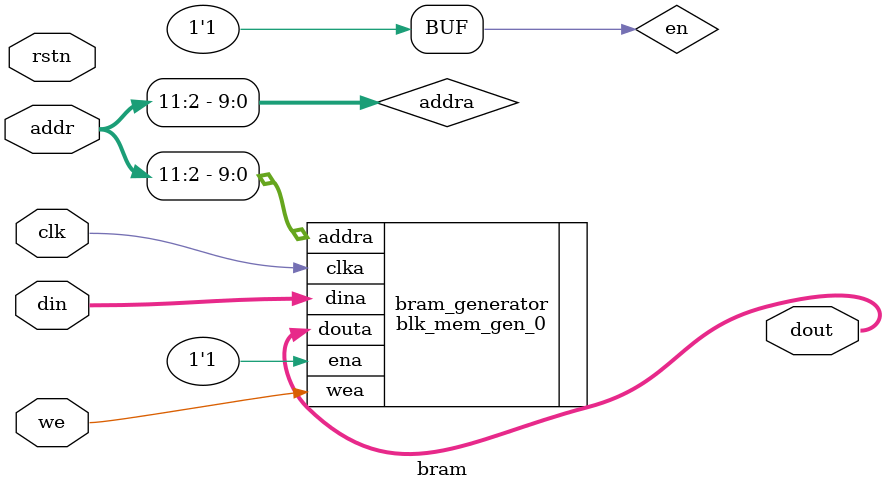
<source format=v>
`default_nettype none

module bram(
        input wire clk,
        input wire rstn,
        input wire we,
        input wire [31:0] addr,
        input wire [31:0] din,
        output wire [31:0] dout
    );

    wire [9:0] addra;
    assign addra = addr[11:2];
    wire en = 1'b1;

    blk_mem_gen_0 bram_generator (
    .clka(clk),    // input wire clka
    .ena(en),      // input wire ena
    .wea(we),      // input wire [0 : 0] wea
    .addra(addra),  // input wire [9 : 0] addra
    .dina(din),    // input wire [31 : 0] dina
    .douta(dout)  // output wire [31 : 0] douta
    );

endmodule

`default_nettype wire
</source>
